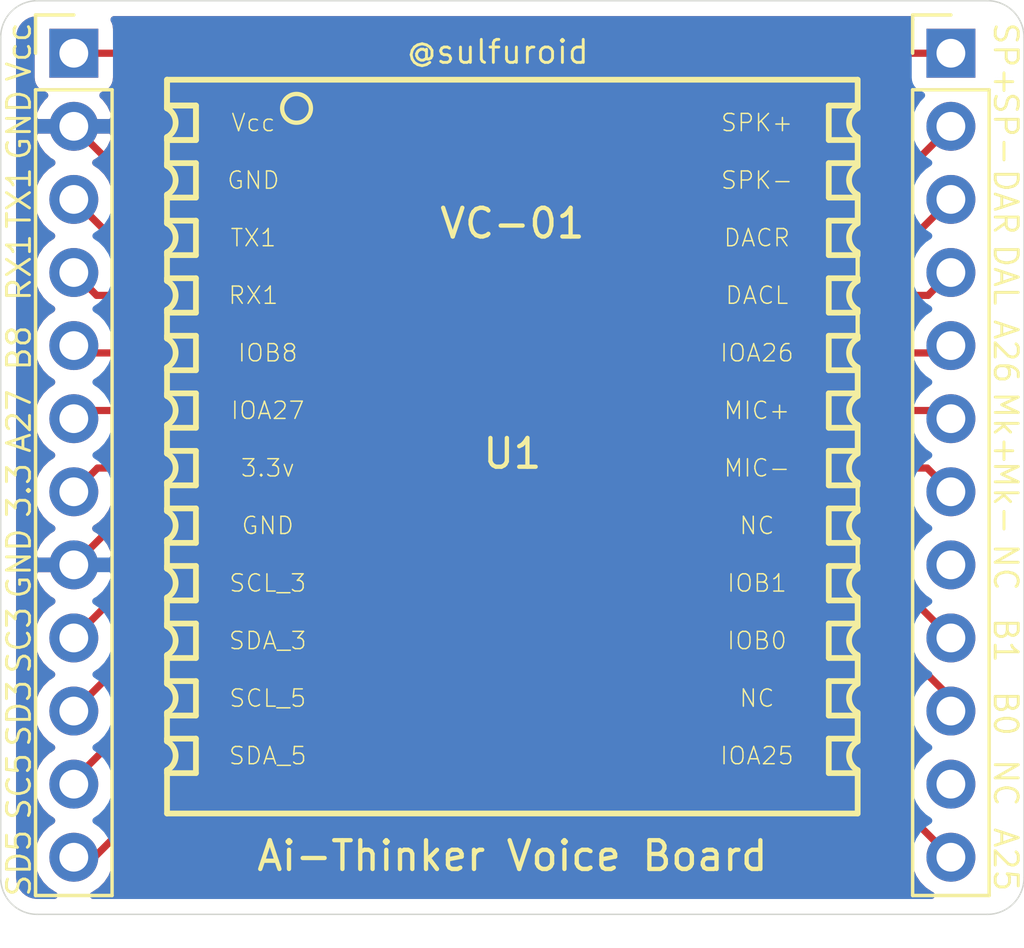
<source format=kicad_pcb>
(kicad_pcb (version 20171130) (host pcbnew "(5.1.12)-1")

  (general
    (thickness 1.6)
    (drawings 34)
    (tracks 54)
    (zones 0)
    (modules 3)
    (nets 26)
  )

  (page A4)
  (layers
    (0 F.Cu signal)
    (31 B.Cu signal)
    (32 B.Adhes user)
    (33 F.Adhes user)
    (34 B.Paste user)
    (35 F.Paste user)
    (36 B.SilkS user)
    (37 F.SilkS user)
    (38 B.Mask user)
    (39 F.Mask user)
    (40 Dwgs.User user)
    (41 Cmts.User user)
    (42 Eco1.User user)
    (43 Eco2.User user)
    (44 Edge.Cuts user)
    (45 Margin user)
    (46 B.CrtYd user)
    (47 F.CrtYd user)
    (48 B.Fab user)
    (49 F.Fab user)
  )

  (setup
    (last_trace_width 0.25)
    (trace_clearance 0.2)
    (zone_clearance 0.508)
    (zone_45_only no)
    (trace_min 0.2)
    (via_size 0.8)
    (via_drill 0.4)
    (via_min_size 0.4)
    (via_min_drill 0.3)
    (uvia_size 0.3)
    (uvia_drill 0.1)
    (uvias_allowed no)
    (uvia_min_size 0.2)
    (uvia_min_drill 0.1)
    (edge_width 0.05)
    (segment_width 0.2)
    (pcb_text_width 0.3)
    (pcb_text_size 1.5 1.5)
    (mod_edge_width 0.12)
    (mod_text_size 1 1)
    (mod_text_width 0.15)
    (pad_size 1.524 1.524)
    (pad_drill 0.762)
    (pad_to_mask_clearance 0)
    (aux_axis_origin 0 0)
    (visible_elements 7FFFFFFF)
    (pcbplotparams
      (layerselection 0x010fc_ffffffff)
      (usegerberextensions false)
      (usegerberattributes true)
      (usegerberadvancedattributes true)
      (creategerberjobfile true)
      (excludeedgelayer true)
      (linewidth 0.100000)
      (plotframeref false)
      (viasonmask false)
      (mode 1)
      (useauxorigin false)
      (hpglpennumber 1)
      (hpglpenspeed 20)
      (hpglpendiameter 15.000000)
      (psnegative false)
      (psa4output false)
      (plotreference true)
      (plotvalue true)
      (plotinvisibletext false)
      (padsonsilk false)
      (subtractmaskfromsilk false)
      (outputformat 1)
      (mirror false)
      (drillshape 0)
      (scaleselection 1)
      (outputdirectory "gerber/"))
  )

  (net 0 "")
  (net 1 "Net-(J1-Pad1)")
  (net 2 "Net-(J1-Pad3)")
  (net 3 "Net-(J1-Pad4)")
  (net 4 "Net-(J1-Pad5)")
  (net 5 "Net-(J1-Pad6)")
  (net 6 "Net-(J1-Pad7)")
  (net 7 "Net-(J1-Pad9)")
  (net 8 "Net-(J1-Pad10)")
  (net 9 "Net-(J1-Pad11)")
  (net 10 "Net-(J1-Pad12)")
  (net 11 "Net-(J2-Pad12)")
  (net 12 "Net-(J2-Pad11)")
  (net 13 "Net-(J2-Pad10)")
  (net 14 "Net-(J2-Pad9)")
  (net 15 "Net-(J2-Pad8)")
  (net 16 "Net-(J2-Pad7)")
  (net 17 "Net-(J2-Pad6)")
  (net 18 "Net-(J2-Pad5)")
  (net 19 "Net-(J2-Pad4)")
  (net 20 "Net-(J2-Pad3)")
  (net 21 "Net-(J2-Pad2)")
  (net 22 "Net-(J2-Pad1)")
  (net 23 "Net-(U1-Pad17)")
  (net 24 "Net-(U1-Pad14)")
  (net 25 GND)

  (net_class Default "This is the default net class."
    (clearance 0.2)
    (trace_width 0.25)
    (via_dia 0.8)
    (via_drill 0.4)
    (uvia_dia 0.3)
    (uvia_drill 0.1)
    (add_net GND)
    (add_net "Net-(J1-Pad1)")
    (add_net "Net-(J1-Pad10)")
    (add_net "Net-(J1-Pad11)")
    (add_net "Net-(J1-Pad12)")
    (add_net "Net-(J1-Pad3)")
    (add_net "Net-(J1-Pad4)")
    (add_net "Net-(J1-Pad5)")
    (add_net "Net-(J1-Pad6)")
    (add_net "Net-(J1-Pad7)")
    (add_net "Net-(J1-Pad9)")
    (add_net "Net-(J2-Pad1)")
    (add_net "Net-(J2-Pad10)")
    (add_net "Net-(J2-Pad11)")
    (add_net "Net-(J2-Pad12)")
    (add_net "Net-(J2-Pad2)")
    (add_net "Net-(J2-Pad3)")
    (add_net "Net-(J2-Pad4)")
    (add_net "Net-(J2-Pad5)")
    (add_net "Net-(J2-Pad6)")
    (add_net "Net-(J2-Pad7)")
    (add_net "Net-(J2-Pad8)")
    (add_net "Net-(J2-Pad9)")
    (add_net "Net-(U1-Pad14)")
    (add_net "Net-(U1-Pad17)")
  )

  (module Connector_PinHeader_2.54mm:PinHeader_1x12_P2.54mm_Vertical (layer F.Cu) (tedit 59FED5CC) (tstamp 62B32BE6)
    (at 149.86 76.755001)
    (descr "Through hole straight pin header, 1x12, 2.54mm pitch, single row")
    (tags "Through hole pin header THT 1x12 2.54mm single row")
    (path /62B329FC)
    (fp_text reference J2 (at 0 -2.33) (layer F.SilkS) hide
      (effects (font (size 1 1) (thickness 0.15)))
    )
    (fp_text value Line1 (at 0 30.27) (layer F.Fab)
      (effects (font (size 1 1) (thickness 0.15)))
    )
    (fp_line (start 1.8 -1.8) (end -1.8 -1.8) (layer F.CrtYd) (width 0.05))
    (fp_line (start 1.8 29.75) (end 1.8 -1.8) (layer F.CrtYd) (width 0.05))
    (fp_line (start -1.8 29.75) (end 1.8 29.75) (layer F.CrtYd) (width 0.05))
    (fp_line (start -1.8 -1.8) (end -1.8 29.75) (layer F.CrtYd) (width 0.05))
    (fp_line (start -1.33 -1.33) (end 0 -1.33) (layer F.SilkS) (width 0.12))
    (fp_line (start -1.33 0) (end -1.33 -1.33) (layer F.SilkS) (width 0.12))
    (fp_line (start -1.33 1.27) (end 1.33 1.27) (layer F.SilkS) (width 0.12))
    (fp_line (start 1.33 1.27) (end 1.33 29.27) (layer F.SilkS) (width 0.12))
    (fp_line (start -1.33 1.27) (end -1.33 29.27) (layer F.SilkS) (width 0.12))
    (fp_line (start -1.33 29.27) (end 1.33 29.27) (layer F.SilkS) (width 0.12))
    (fp_line (start -1.27 -0.635) (end -0.635 -1.27) (layer F.Fab) (width 0.1))
    (fp_line (start -1.27 29.21) (end -1.27 -0.635) (layer F.Fab) (width 0.1))
    (fp_line (start 1.27 29.21) (end -1.27 29.21) (layer F.Fab) (width 0.1))
    (fp_line (start 1.27 -1.27) (end 1.27 29.21) (layer F.Fab) (width 0.1))
    (fp_line (start -0.635 -1.27) (end 1.27 -1.27) (layer F.Fab) (width 0.1))
    (fp_text user %R (at 0 13.97 90) (layer F.Fab)
      (effects (font (size 1 1) (thickness 0.15)))
    )
    (pad 12 thru_hole oval (at 0 27.94) (size 1.7 1.7) (drill 1) (layers *.Cu *.Mask)
      (net 11 "Net-(J2-Pad12)"))
    (pad 11 thru_hole oval (at 0 25.4) (size 1.7 1.7) (drill 1) (layers *.Cu *.Mask)
      (net 12 "Net-(J2-Pad11)"))
    (pad 10 thru_hole oval (at 0 22.86) (size 1.7 1.7) (drill 1) (layers *.Cu *.Mask)
      (net 13 "Net-(J2-Pad10)"))
    (pad 9 thru_hole oval (at 0 20.32) (size 1.7 1.7) (drill 1) (layers *.Cu *.Mask)
      (net 14 "Net-(J2-Pad9)"))
    (pad 8 thru_hole oval (at 0 17.78) (size 1.7 1.7) (drill 1) (layers *.Cu *.Mask)
      (net 15 "Net-(J2-Pad8)"))
    (pad 7 thru_hole oval (at 0 15.24) (size 1.7 1.7) (drill 1) (layers *.Cu *.Mask)
      (net 16 "Net-(J2-Pad7)"))
    (pad 6 thru_hole oval (at 0 12.7) (size 1.7 1.7) (drill 1) (layers *.Cu *.Mask)
      (net 17 "Net-(J2-Pad6)"))
    (pad 5 thru_hole oval (at 0 10.16) (size 1.7 1.7) (drill 1) (layers *.Cu *.Mask)
      (net 18 "Net-(J2-Pad5)"))
    (pad 4 thru_hole oval (at 0 7.62) (size 1.7 1.7) (drill 1) (layers *.Cu *.Mask)
      (net 19 "Net-(J2-Pad4)"))
    (pad 3 thru_hole oval (at 0 5.08) (size 1.7 1.7) (drill 1) (layers *.Cu *.Mask)
      (net 20 "Net-(J2-Pad3)"))
    (pad 2 thru_hole oval (at 0 2.54) (size 1.7 1.7) (drill 1) (layers *.Cu *.Mask)
      (net 21 "Net-(J2-Pad2)"))
    (pad 1 thru_hole rect (at 0 0) (size 1.7 1.7) (drill 1) (layers *.Cu *.Mask)
      (net 22 "Net-(J2-Pad1)"))
  )

  (module Connector_PinHeader_2.54mm:PinHeader_1x12_P2.54mm_Vertical (layer F.Cu) (tedit 59FED5CC) (tstamp 62B32BC6)
    (at 119.38 76.755001)
    (descr "Through hole straight pin header, 1x12, 2.54mm pitch, single row")
    (tags "Through hole pin header THT 1x12 2.54mm single row")
    (path /62B2FAB9)
    (fp_text reference J1 (at 0 -2.33) (layer F.SilkS) hide
      (effects (font (size 1 1) (thickness 0.15)))
    )
    (fp_text value Line1 (at 0 30.27) (layer F.Fab)
      (effects (font (size 1 1) (thickness 0.15)))
    )
    (fp_line (start -0.635 -1.27) (end 1.27 -1.27) (layer F.Fab) (width 0.1))
    (fp_line (start 1.27 -1.27) (end 1.27 29.21) (layer F.Fab) (width 0.1))
    (fp_line (start 1.27 29.21) (end -1.27 29.21) (layer F.Fab) (width 0.1))
    (fp_line (start -1.27 29.21) (end -1.27 -0.635) (layer F.Fab) (width 0.1))
    (fp_line (start -1.27 -0.635) (end -0.635 -1.27) (layer F.Fab) (width 0.1))
    (fp_line (start -1.33 29.27) (end 1.33 29.27) (layer F.SilkS) (width 0.12))
    (fp_line (start -1.33 1.27) (end -1.33 29.27) (layer F.SilkS) (width 0.12))
    (fp_line (start 1.33 1.27) (end 1.33 29.27) (layer F.SilkS) (width 0.12))
    (fp_line (start -1.33 1.27) (end 1.33 1.27) (layer F.SilkS) (width 0.12))
    (fp_line (start -1.33 0) (end -1.33 -1.33) (layer F.SilkS) (width 0.12))
    (fp_line (start -1.33 -1.33) (end 0 -1.33) (layer F.SilkS) (width 0.12))
    (fp_line (start -1.8 -1.8) (end -1.8 29.75) (layer F.CrtYd) (width 0.05))
    (fp_line (start -1.8 29.75) (end 1.8 29.75) (layer F.CrtYd) (width 0.05))
    (fp_line (start 1.8 29.75) (end 1.8 -1.8) (layer F.CrtYd) (width 0.05))
    (fp_line (start 1.8 -1.8) (end -1.8 -1.8) (layer F.CrtYd) (width 0.05))
    (fp_text user %R (at 0 13.97 90) (layer F.Fab)
      (effects (font (size 1 1) (thickness 0.15)))
    )
    (pad 1 thru_hole rect (at 0 0) (size 1.7 1.7) (drill 1) (layers *.Cu *.Mask)
      (net 1 "Net-(J1-Pad1)"))
    (pad 2 thru_hole oval (at 0 2.54) (size 1.7 1.7) (drill 1) (layers *.Cu *.Mask)
      (net 25 GND))
    (pad 3 thru_hole oval (at 0 5.08) (size 1.7 1.7) (drill 1) (layers *.Cu *.Mask)
      (net 2 "Net-(J1-Pad3)"))
    (pad 4 thru_hole oval (at 0 7.62) (size 1.7 1.7) (drill 1) (layers *.Cu *.Mask)
      (net 3 "Net-(J1-Pad4)"))
    (pad 5 thru_hole oval (at 0 10.16) (size 1.7 1.7) (drill 1) (layers *.Cu *.Mask)
      (net 4 "Net-(J1-Pad5)"))
    (pad 6 thru_hole oval (at 0 12.7) (size 1.7 1.7) (drill 1) (layers *.Cu *.Mask)
      (net 5 "Net-(J1-Pad6)"))
    (pad 7 thru_hole oval (at 0 15.24) (size 1.7 1.7) (drill 1) (layers *.Cu *.Mask)
      (net 6 "Net-(J1-Pad7)"))
    (pad 8 thru_hole oval (at 0 17.78) (size 1.7 1.7) (drill 1) (layers *.Cu *.Mask)
      (net 25 GND))
    (pad 9 thru_hole oval (at 0 20.32) (size 1.7 1.7) (drill 1) (layers *.Cu *.Mask)
      (net 7 "Net-(J1-Pad9)"))
    (pad 10 thru_hole oval (at 0 22.86) (size 1.7 1.7) (drill 1) (layers *.Cu *.Mask)
      (net 8 "Net-(J1-Pad10)"))
    (pad 11 thru_hole oval (at 0 25.4) (size 1.7 1.7) (drill 1) (layers *.Cu *.Mask)
      (net 9 "Net-(J1-Pad11)"))
    (pad 12 thru_hole oval (at 0 27.94) (size 1.7 1.7) (drill 1) (layers *.Cu *.Mask)
      (net 10 "Net-(J1-Pad12)"))
  )

  (module ai-thinker-vc01:AI-Thinker-VC01 (layer F.Cu) (tedit 62A75FEC) (tstamp 62B32CCE)
    (at 134.62 90.17)
    (path /62B2E045)
    (fp_text reference U1 (at 0 0.5) (layer F.SilkS)
      (effects (font (size 1 1) (thickness 0.15)))
    )
    (fp_text value VC-01 (at 0 -7.5) (layer F.SilkS)
      (effects (font (size 1 1) (thickness 0.15)))
    )
    (fp_line (start 12 -7.5) (end 12 -8.502984) (layer F.SilkS) (width 0.2))
    (fp_line (start 12 -1.5) (end 12 -2.502984) (layer F.SilkS) (width 0.2))
    (fp_line (start 12 0.499999) (end 12 -0.502984) (layer F.SilkS) (width 0.2))
    (fp_line (start 12 10.499999) (end 12 9.497015) (layer F.SilkS) (width 0.2))
    (fp_line (start 12 10.403817) (end 12 10.499999) (layer F.SilkS) (width 0.2))
    (fp_line (start 12 8.499999) (end 12 7.497015) (layer F.SilkS) (width 0.2))
    (fp_line (start 12 6.499999) (end 12 5.497015) (layer F.SilkS) (width 0.2))
    (fp_line (start 12 -9.5) (end 12 -10.502984) (layer F.SilkS) (width 0.2))
    (fp_line (start -12 -11.5) (end -12 -11.596182) (layer F.SilkS) (width 0.2))
    (fp_line (start -12 -11.596182) (end -10.996337 -11.596182) (layer F.SilkS) (width 0.2))
    (fp_line (start -12 -12.494837) (end -12 -11.5) (layer F.SilkS) (width 0.2))
    (fp_line (start -12 13.005163) (end -12 11.497015) (layer F.SilkS) (width 0.2))
    (fp_line (start -12 13.005163) (end 12 13.005163) (layer F.SilkS) (width 0.2))
    (fp_line (start -12 -12.494837) (end 12 -12.494837) (layer F.SilkS) (width 0.2))
    (fp_line (start 12 13.005163) (end 12 11.497015) (layer F.SilkS) (width 0.2))
    (fp_line (start -10.996337 -11.596182) (end -10.996337 -10.398763) (layer F.SilkS) (width 0.2))
    (fp_line (start 10.996337 8.403817) (end 12 8.403817) (layer F.SilkS) (width 0.2))
    (fp_line (start 12 8.403817) (end 12 8.499999) (layer F.SilkS) (width 0.2))
    (fp_line (start 10.996337 9.601236) (end 10.996337 8.403817) (layer F.SilkS) (width 0.2))
    (fp_line (start 12 11.497015) (end 12 11.601236) (layer F.SilkS) (width 0.2))
    (fp_line (start 12 11.601236) (end 10.996337 11.601236) (layer F.SilkS) (width 0.2))
    (fp_line (start 10.996337 10.403817) (end 12 10.403817) (layer F.SilkS) (width 0.2))
    (fp_line (start 10.996337 11.601236) (end 10.996337 10.403817) (layer F.SilkS) (width 0.2))
    (fp_line (start -12 -10.398763) (end -10.996337 -10.398763) (layer F.SilkS) (width 0.2))
    (fp_line (start -12 -11.596182) (end -12 -11.5) (layer F.SilkS) (width 0.2))
    (fp_line (start -10.996337 -9.596182) (end -12 -9.596182) (layer F.SilkS) (width 0.2))
    (fp_line (start -12 -8.398763) (end -10.996337 -8.398763) (layer F.SilkS) (width 0.2))
    (fp_line (start -10.996337 -8.398763) (end -10.996337 -9.596182) (layer F.SilkS) (width 0.2))
    (fp_line (start -10.996337 -7.596182) (end -12 -7.596182) (layer F.SilkS) (width 0.2))
    (fp_line (start -12 -11.596182) (end -12 -11.5) (layer F.SilkS) (width 0.2))
    (fp_line (start -10.996337 -11.596182) (end -12 -11.596182) (layer F.SilkS) (width 0.2))
    (fp_line (start -12 -6.398763) (end -10.996337 -6.398763) (layer F.SilkS) (width 0.2))
    (fp_line (start -10.996337 -6.398763) (end -10.996337 -7.596182) (layer F.SilkS) (width 0.2))
    (fp_line (start -12 -5.596182) (end -12 -5.5) (layer F.SilkS) (width 0.2))
    (fp_line (start -12 -4.398763) (end -10.996337 -4.398763) (layer F.SilkS) (width 0.2))
    (fp_line (start -10.996337 -3.596182) (end -12 -3.596182) (layer F.SilkS) (width 0.2))
    (fp_line (start -12 -2.502984) (end -12 -2.398763) (layer F.SilkS) (width 0.2))
    (fp_line (start -12 -2.398763) (end -10.996337 -2.398763) (layer F.SilkS) (width 0.2))
    (fp_line (start -10.996337 -2.398763) (end -10.996337 -3.596182) (layer F.SilkS) (width 0.2))
    (fp_line (start -10.996337 -1.596182) (end -12 -1.596182) (layer F.SilkS) (width 0.2))
    (fp_line (start -12 -1.596182) (end -12 -1.5) (layer F.SilkS) (width 0.2))
    (fp_line (start -10.996337 0.403817) (end -12 0.403817) (layer F.SilkS) (width 0.2))
    (fp_line (start -10.996337 -10.398763) (end -12 -10.398763) (layer F.SilkS) (width 0.2))
    (fp_line (start -12 -7.596182) (end -12 -7.5) (layer F.SilkS) (width 0.2))
    (fp_line (start -12 -10.398763) (end -12 -10.502984) (layer F.SilkS) (width 0.2))
    (fp_line (start -12 -6.502984) (end -12 -6.398763) (layer F.SilkS) (width 0.2))
    (fp_line (start -12 -4.502984) (end -12 -4.398763) (layer F.SilkS) (width 0.2))
    (fp_line (start -12 -0.398763) (end -10.996337 -0.398763) (layer F.SilkS) (width 0.2))
    (fp_line (start -12 0.403817) (end -12 0.499999) (layer F.SilkS) (width 0.2))
    (fp_line (start -12 -0.502984) (end -12 -0.398763) (layer F.SilkS) (width 0.2))
    (fp_line (start -12 1.497015) (end -12 1.601236) (layer F.SilkS) (width 0.2))
    (fp_line (start -10.996337 -4.398763) (end -10.996337 -5.596182) (layer F.SilkS) (width 0.2))
    (fp_line (start -10.996337 -0.398763) (end -10.996337 -1.596182) (layer F.SilkS) (width 0.2))
    (fp_line (start -10.996337 -5.596182) (end -12 -5.596182) (layer F.SilkS) (width 0.2))
    (fp_line (start -12 -8.502984) (end -12 -8.398763) (layer F.SilkS) (width 0.2))
    (fp_line (start -12 -3.596182) (end -12 -3.5) (layer F.SilkS) (width 0.2))
    (fp_line (start -12 -10.502984) (end -12 -10.398763) (layer F.SilkS) (width 0.2))
    (fp_line (start -12 -9.596182) (end -12 -9.5) (layer F.SilkS) (width 0.2))
    (fp_line (start -10.996337 -10.398763) (end -10.996337 -11.596182) (layer F.SilkS) (width 0.2))
    (fp_line (start -12 1.601236) (end -10.996337 1.601236) (layer F.SilkS) (width 0.2))
    (fp_line (start -10.996337 2.403817) (end -12 2.403817) (layer F.SilkS) (width 0.2))
    (fp_line (start -12 3.497015) (end -12 3.601236) (layer F.SilkS) (width 0.2))
    (fp_line (start -12 2.403817) (end -12 2.499999) (layer F.SilkS) (width 0.2))
    (fp_line (start -12 3.601236) (end -10.996337 3.601236) (layer F.SilkS) (width 0.2))
    (fp_line (start -10.996337 3.601236) (end -10.996337 2.403817) (layer F.SilkS) (width 0.2))
    (fp_line (start -10.996337 4.403817) (end -12 4.403817) (layer F.SilkS) (width 0.2))
    (fp_line (start -12 4.403817) (end -12 4.499999) (layer F.SilkS) (width 0.2))
    (fp_line (start -12 5.601236) (end -10.996337 5.601236) (layer F.SilkS) (width 0.2))
    (fp_line (start -10.996337 5.601236) (end -10.996337 4.403817) (layer F.SilkS) (width 0.2))
    (fp_line (start -10.996337 1.601236) (end -10.996337 0.403817) (layer F.SilkS) (width 0.2))
    (fp_line (start -12 5.497015) (end -12 5.601236) (layer F.SilkS) (width 0.2))
    (fp_line (start -10.996337 6.403817) (end -12 6.403817) (layer F.SilkS) (width 0.2))
    (fp_line (start -12 7.497015) (end -12 7.601236) (layer F.SilkS) (width 0.2))
    (fp_line (start -12 7.601236) (end -10.996337 7.601236) (layer F.SilkS) (width 0.2))
    (fp_line (start -10.996337 10.403817) (end -12 10.403817) (layer F.SilkS) (width 0.2))
    (fp_line (start -12 11.497015) (end -12 11.601236) (layer F.SilkS) (width 0.2))
    (fp_line (start -12 11.601236) (end -10.996337 11.601236) (layer F.SilkS) (width 0.2))
    (fp_line (start -12 10.403817) (end -12 10.499999) (layer F.SilkS) (width 0.2))
    (fp_line (start -12 8.403817) (end -12 8.499999) (layer F.SilkS) (width 0.2))
    (fp_line (start -12 6.403817) (end -12 6.499999) (layer F.SilkS) (width 0.2))
    (fp_line (start -10.996337 7.601236) (end -10.996337 6.403817) (layer F.SilkS) (width 0.2))
    (fp_line (start -10.996337 8.403817) (end -12 8.403817) (layer F.SilkS) (width 0.2))
    (fp_line (start -12 9.497015) (end -12 9.601236) (layer F.SilkS) (width 0.2))
    (fp_line (start -12 9.601236) (end -10.996337 9.601236) (layer F.SilkS) (width 0.2))
    (fp_line (start -10.996337 9.601236) (end -10.996337 8.403817) (layer F.SilkS) (width 0.2))
    (fp_line (start -12 -9.5) (end -12 -10.502984) (layer F.SilkS) (width 0.2))
    (fp_line (start -12 -7.5) (end -12 -8.502984) (layer F.SilkS) (width 0.2))
    (fp_line (start -12 -5.5) (end -12 -6.502984) (layer F.SilkS) (width 0.2))
    (fp_line (start -10.996337 11.601236) (end -10.996337 10.403817) (layer F.SilkS) (width 0.2))
    (fp_line (start -12 -11.5) (end -12 -12.494837) (layer F.SilkS) (width 0.2))
    (fp_line (start -12 -3.5) (end -12 -4.502984) (layer F.SilkS) (width 0.2))
    (fp_line (start -12 10.499999) (end -12 9.497015) (layer F.SilkS) (width 0.2))
    (fp_line (start 10.996337 -6.398763) (end 10.996337 -7.596182) (layer F.SilkS) (width 0.2))
    (fp_line (start 10.996337 -7.596182) (end 12 -7.596182) (layer F.SilkS) (width 0.2))
    (fp_line (start -12 2.499999) (end -12 1.497015) (layer F.SilkS) (width 0.2))
    (fp_line (start 12 -6.502984) (end 12 -6.398763) (layer F.SilkS) (width 0.2))
    (fp_line (start 12 -7.596182) (end 12 -7.5) (layer F.SilkS) (width 0.2))
    (fp_line (start 12 -11.596182) (end 12 -11.5) (layer F.SilkS) (width 0.2))
    (fp_line (start 10.996337 -11.596182) (end 12 -11.596182) (layer F.SilkS) (width 0.2))
    (fp_line (start 12 -10.398763) (end 10.996337 -10.398763) (layer F.SilkS) (width 0.2))
    (fp_line (start 12 -10.502984) (end 12 -10.398763) (layer F.SilkS) (width 0.2))
    (fp_line (start -12 4.499999) (end -12 3.497015) (layer F.SilkS) (width 0.2))
    (fp_line (start -12 6.499999) (end -12 5.497015) (layer F.SilkS) (width 0.2))
    (fp_line (start -12 -1.5) (end -12 -2.502984) (layer F.SilkS) (width 0.2))
    (fp_line (start -12 0.499999) (end -12 -0.502984) (layer F.SilkS) (width 0.2))
    (fp_line (start -12 8.499999) (end -12 7.497015) (layer F.SilkS) (width 0.2))
    (fp_line (start 12 -11.5) (end 12 -12.494837) (layer F.SilkS) (width 0.2))
    (fp_line (start 12 -8.502984) (end 12 -8.398763) (layer F.SilkS) (width 0.2))
    (fp_line (start 10.996337 -10.398763) (end 10.996337 -11.596182) (layer F.SilkS) (width 0.2))
    (fp_line (start 12 -8.398763) (end 10.996337 -8.398763) (layer F.SilkS) (width 0.2))
    (fp_line (start 10.996337 -9.596182) (end 12 -9.596182) (layer F.SilkS) (width 0.2))
    (fp_line (start 12 -9.596182) (end 12 -9.5) (layer F.SilkS) (width 0.2))
    (fp_line (start 10.996337 -8.398763) (end 10.996337 -9.596182) (layer F.SilkS) (width 0.2))
    (fp_line (start 12 -6.398763) (end 10.996337 -6.398763) (layer F.SilkS) (width 0.2))
    (fp_line (start 12 -4.502984) (end 12 -4.398763) (layer F.SilkS) (width 0.2))
    (fp_line (start 12 -4.398763) (end 10.996337 -4.398763) (layer F.SilkS) (width 0.2))
    (fp_line (start 10.996337 -5.596182) (end 12 -5.596182) (layer F.SilkS) (width 0.2))
    (fp_line (start 12 -5.596182) (end 12 -5.5) (layer F.SilkS) (width 0.2))
    (fp_line (start 12 -2.502984) (end 12 -2.398763) (layer F.SilkS) (width 0.2))
    (fp_line (start 12 -2.398763) (end 10.996337 -2.398763) (layer F.SilkS) (width 0.2))
    (fp_line (start 10.996337 -2.398763) (end 10.996337 -3.596182) (layer F.SilkS) (width 0.2))
    (fp_line (start 10.996337 -4.398763) (end 10.996337 -5.596182) (layer F.SilkS) (width 0.2))
    (fp_line (start 10.996337 -3.596182) (end 12 -3.596182) (layer F.SilkS) (width 0.2))
    (fp_line (start 10.996337 -1.596182) (end 12 -1.596182) (layer F.SilkS) (width 0.2))
    (fp_line (start 12 1.497015) (end 12 1.601236) (layer F.SilkS) (width 0.2))
    (fp_line (start 12 1.601236) (end 10.996337 1.601236) (layer F.SilkS) (width 0.2))
    (fp_line (start 10.996337 2.403817) (end 12 2.403817) (layer F.SilkS) (width 0.2))
    (fp_line (start 12 -0.502984) (end 12 -0.398763) (layer F.SilkS) (width 0.2))
    (fp_line (start 12 -1.596182) (end 12 -1.5) (layer F.SilkS) (width 0.2))
    (fp_line (start 12 3.497015) (end 12 3.601236) (layer F.SilkS) (width 0.2))
    (fp_line (start 10.996337 -0.398763) (end 10.996337 -1.596182) (layer F.SilkS) (width 0.2))
    (fp_line (start 12 3.601236) (end 10.996337 3.601236) (layer F.SilkS) (width 0.2))
    (fp_line (start 10.996337 3.601236) (end 10.996337 2.403817) (layer F.SilkS) (width 0.2))
    (fp_line (start 12 2.403817) (end 12 2.499999) (layer F.SilkS) (width 0.2))
    (fp_line (start 12 5.601236) (end 10.996337 5.601236) (layer F.SilkS) (width 0.2))
    (fp_line (start 10.996337 5.601236) (end 10.996337 4.403817) (layer F.SilkS) (width 0.2))
    (fp_line (start 12 -3.596182) (end 12 -3.5) (layer F.SilkS) (width 0.2))
    (fp_line (start 10.996337 1.601236) (end 10.996337 0.403817) (layer F.SilkS) (width 0.2))
    (fp_line (start 12 0.403817) (end 12 0.499999) (layer F.SilkS) (width 0.2))
    (fp_line (start 12 5.497015) (end 12 5.601236) (layer F.SilkS) (width 0.2))
    (fp_line (start 12 -0.398763) (end 10.996337 -0.398763) (layer F.SilkS) (width 0.2))
    (fp_line (start 10.996337 4.403817) (end 12 4.403817) (layer F.SilkS) (width 0.2))
    (fp_line (start 10.996337 0.403817) (end 12 0.403817) (layer F.SilkS) (width 0.2))
    (fp_line (start 12 4.403817) (end 12 4.499999) (layer F.SilkS) (width 0.2))
    (fp_line (start 12 9.497015) (end 12 9.601236) (layer F.SilkS) (width 0.2))
    (fp_line (start 12 9.601236) (end 10.996337 9.601236) (layer F.SilkS) (width 0.2))
    (fp_line (start 12 7.497015) (end 12 7.601236) (layer F.SilkS) (width 0.2))
    (fp_line (start 12 6.403817) (end 12 6.499999) (layer F.SilkS) (width 0.2))
    (fp_line (start 12 7.601236) (end 10.996337 7.601236) (layer F.SilkS) (width 0.2))
    (fp_line (start 10.996337 7.601236) (end 10.996337 6.403817) (layer F.SilkS) (width 0.2))
    (fp_line (start 10.996337 6.403817) (end 12 6.403817) (layer F.SilkS) (width 0.2))
    (fp_line (start 12 -6.398763) (end 12 -5.596182) (layer F.SilkS) (width 0.15))
    (fp_line (start 12 -4.398763) (end 12 -3.596182) (layer F.SilkS) (width 0.15))
    (fp_line (start 12 1.601236) (end 12 2.403817) (layer F.SilkS) (width 0.15))
    (fp_line (start 12 3.601236) (end 12 4.403817) (layer F.SilkS) (width 0.15))
    (fp_circle (center -7.5 -11.5) (end -7 -11.5) (layer F.SilkS) (width 0.15))
    (fp_text user SPK+ (at 8.5 -11) (layer F.SilkS)
      (effects (font (size 0.6 0.6) (thickness 0.05)))
    )
    (fp_text user SPK- (at 8.5 -9) (layer F.SilkS)
      (effects (font (size 0.6 0.6) (thickness 0.05)))
    )
    (fp_text user DACR (at 8.5 -7) (layer F.SilkS)
      (effects (font (size 0.6 0.6) (thickness 0.05)))
    )
    (fp_text user DACL (at 8.5 -5) (layer F.SilkS)
      (effects (font (size 0.6 0.6) (thickness 0.05)))
    )
    (fp_text user IOA26 (at 8.5 -3) (layer F.SilkS)
      (effects (font (size 0.6 0.6) (thickness 0.05)))
    )
    (fp_text user MIC+ (at 8.5 -1) (layer F.SilkS)
      (effects (font (size 0.6 0.6) (thickness 0.05)))
    )
    (fp_text user MIC- (at 8.5 1) (layer F.SilkS)
      (effects (font (size 0.6 0.6) (thickness 0.05)))
    )
    (fp_text user NC (at 8.5 3) (layer F.SilkS)
      (effects (font (size 0.6 0.6) (thickness 0.05)))
    )
    (fp_text user IOB1 (at 8.5 5) (layer F.SilkS)
      (effects (font (size 0.6 0.6) (thickness 0.05)))
    )
    (fp_text user IOB0 (at 8.5 7) (layer F.SilkS)
      (effects (font (size 0.6 0.6) (thickness 0.05)))
    )
    (fp_text user NC (at 8.5 9) (layer F.SilkS)
      (effects (font (size 0.6 0.6) (thickness 0.05)))
    )
    (fp_text user IOA25 (at 8.5 11) (layer F.SilkS)
      (effects (font (size 0.6 0.6) (thickness 0.05)))
    )
    (fp_text user SDA_5 (at -8.5 11) (layer F.SilkS)
      (effects (font (size 0.6 0.6) (thickness 0.05)))
    )
    (fp_text user SCL_5 (at -8.5 9) (layer F.SilkS)
      (effects (font (size 0.6 0.6) (thickness 0.05)))
    )
    (fp_text user SDA_3 (at -8.5 7) (layer F.SilkS)
      (effects (font (size 0.6 0.6) (thickness 0.05)))
    )
    (fp_text user SCL_3 (at -8.5 5) (layer F.SilkS)
      (effects (font (size 0.6 0.6) (thickness 0.05)))
    )
    (fp_text user GND (at -8.5 3) (layer F.SilkS)
      (effects (font (size 0.6 0.6) (thickness 0.05)))
    )
    (fp_text user 3.3v (at -8.5 1) (layer F.SilkS)
      (effects (font (size 0.6 0.6) (thickness 0.05)))
    )
    (fp_text user IOA27 (at -8.5 -1) (layer F.SilkS)
      (effects (font (size 0.6 0.6) (thickness 0.05)))
    )
    (fp_text user IOB8 (at -8.5 -3) (layer F.SilkS)
      (effects (font (size 0.6 0.6) (thickness 0.05)))
    )
    (fp_text user RX1 (at -9 -5) (layer F.SilkS)
      (effects (font (size 0.6 0.6) (thickness 0.05)))
    )
    (fp_text user TX1 (at -9 -7) (layer F.SilkS)
      (effects (font (size 0.6 0.6) (thickness 0.05)))
    )
    (fp_text user GND (at -9 -9) (layer F.SilkS)
      (effects (font (size 0.6 0.6) (thickness 0.05)))
    )
    (fp_text user Vcc (at -9 -11) (layer F.SilkS)
      (effects (font (size 0.6 0.6) (thickness 0.05)))
    )
    (fp_arc (start 12.265497 8.998507) (end 12 8.499999) (angle -123.9219587) (layer F.SilkS) (width 0.2))
    (fp_arc (start 12.265497 6.998507) (end 12 6.499999) (angle -123.9219587) (layer F.SilkS) (width 0.2))
    (fp_arc (start 12.265497 4.998507) (end 12 4.499999) (angle -123.9219587) (layer F.SilkS) (width 0.2))
    (fp_arc (start 12.265497 2.998507) (end 12 2.499999) (angle -123.9219587) (layer F.SilkS) (width 0.2))
    (fp_arc (start -12.265497 10.998507) (end -12 11.497015) (angle -123.9219587) (layer F.SilkS) (width 0.2))
    (fp_arc (start 12.265497 -11.001492) (end 12 -11.5) (angle -123.9219587) (layer F.SilkS) (width 0.2))
    (fp_arc (start 12.265497 -7.001492) (end 12 -7.5) (angle -123.9219587) (layer F.SilkS) (width 0.2))
    (fp_arc (start 12.265497 -9.001492) (end 12 -9.5) (angle -123.9219587) (layer F.SilkS) (width 0.2))
    (fp_arc (start 12.265497 0.998507) (end 12 0.499999) (angle -123.9219587) (layer F.SilkS) (width 0.2))
    (fp_arc (start 12.265497 -5.001492) (end 12 -5.5) (angle -123.9219587) (layer F.SilkS) (width 0.2))
    (fp_arc (start 12.265497 -1.001492) (end 12 -1.5) (angle -123.9219587) (layer F.SilkS) (width 0.2))
    (fp_arc (start 12.265497 -3.001492) (end 12 -3.5) (angle -123.9219587) (layer F.SilkS) (width 0.2))
    (fp_arc (start -12.265497 6.998507) (end -12 7.497015) (angle -123.9219587) (layer F.SilkS) (width 0.2))
    (fp_arc (start -12.265497 4.998507) (end -12 5.497015) (angle -123.9219587) (layer F.SilkS) (width 0.2))
    (fp_arc (start -12.265497 -11.001492) (end -12 -10.502984) (angle -123.9219587) (layer F.SilkS) (width 0.2))
    (fp_arc (start -12.265497 -1.001492) (end -12 -0.502984) (angle -123.9219587) (layer F.SilkS) (width 0.2))
    (fp_arc (start -12.265497 -5.001492) (end -12 -4.502984) (angle -123.9219587) (layer F.SilkS) (width 0.2))
    (fp_arc (start -12.265497 -9.001492) (end -12 -8.502984) (angle -123.9219587) (layer F.SilkS) (width 0.2))
    (fp_arc (start -12.265497 2.998507) (end -12 3.497015) (angle -123.9219587) (layer F.SilkS) (width 0.2))
    (fp_arc (start -12.265497 -3.001492) (end -12 -2.502984) (angle -123.9219587) (layer F.SilkS) (width 0.2))
    (fp_arc (start -12.265497 8.998507) (end -12 9.497015) (angle -123.9219587) (layer F.SilkS) (width 0.2))
    (fp_arc (start -12.265497 -7.001492) (end -12 -6.502984) (angle -123.9219587) (layer F.SilkS) (width 0.2))
    (fp_arc (start -12.265497 0.998507) (end -12 1.497015) (angle -123.9219587) (layer F.SilkS) (width 0.2))
    (fp_arc (start 12.265497 10.998507) (end 12 10.499999) (angle -123.9219587) (layer F.SilkS) (width 0.2))
    (pad 24 smd rect (at 11.5 -11) (size 3 1.2) (layers F.Cu F.Paste F.Mask)
      (net 22 "Net-(J2-Pad1)"))
    (pad 23 smd rect (at 11.5 -9) (size 3 1.2) (layers F.Cu F.Paste F.Mask)
      (net 21 "Net-(J2-Pad2)"))
    (pad 22 smd rect (at 11.5 -7) (size 3 1.2) (layers F.Cu F.Paste F.Mask)
      (net 20 "Net-(J2-Pad3)"))
    (pad 21 smd rect (at 11.5 -5) (size 3 1.2) (layers F.Cu F.Paste F.Mask)
      (net 19 "Net-(J2-Pad4)"))
    (pad 20 smd rect (at 11.5 -3) (size 3 1.2) (layers F.Cu F.Paste F.Mask)
      (net 18 "Net-(J2-Pad5)"))
    (pad 19 smd rect (at 11.5 -1) (size 3 1.2) (layers F.Cu F.Paste F.Mask)
      (net 17 "Net-(J2-Pad6)"))
    (pad 18 smd rect (at 11.5 1) (size 3 1.2) (layers F.Cu F.Paste F.Mask)
      (net 16 "Net-(J2-Pad7)"))
    (pad 17 smd rect (at 11.5 3) (size 3 1.2) (layers F.Cu F.Paste F.Mask)
      (net 23 "Net-(U1-Pad17)"))
    (pad 16 smd rect (at 11.5 5) (size 3 1.2) (layers F.Cu F.Paste F.Mask)
      (net 14 "Net-(J2-Pad9)"))
    (pad 15 smd rect (at 11.5 7) (size 3 1.2) (layers F.Cu F.Paste F.Mask)
      (net 13 "Net-(J2-Pad10)"))
    (pad 14 smd rect (at 11.5 9) (size 3 1.2) (layers F.Cu F.Paste F.Mask)
      (net 24 "Net-(U1-Pad14)"))
    (pad 13 smd rect (at 11.5 11) (size 3 1.2) (layers F.Cu F.Paste F.Mask)
      (net 11 "Net-(J2-Pad12)"))
    (pad 12 smd rect (at -11.5 11) (size 3 1.2) (layers F.Cu F.Paste F.Mask)
      (net 10 "Net-(J1-Pad12)"))
    (pad 11 smd rect (at -11.5 9) (size 3 1.2) (layers F.Cu F.Paste F.Mask)
      (net 9 "Net-(J1-Pad11)"))
    (pad 10 smd rect (at -11.5 7) (size 3 1.2) (layers F.Cu F.Paste F.Mask)
      (net 8 "Net-(J1-Pad10)"))
    (pad 9 smd rect (at -11.5 5) (size 3 1.2) (layers F.Cu F.Paste F.Mask)
      (net 7 "Net-(J1-Pad9)"))
    (pad 8 smd rect (at -11.5 3) (size 3 1.2) (layers F.Cu F.Paste F.Mask)
      (net 25 GND))
    (pad 7 smd rect (at -11.5 1) (size 3 1.2) (layers F.Cu F.Paste F.Mask)
      (net 6 "Net-(J1-Pad7)"))
    (pad 6 smd rect (at -11.5 -1) (size 3 1.2) (layers F.Cu F.Paste F.Mask)
      (net 5 "Net-(J1-Pad6)"))
    (pad 5 smd rect (at -11.5 -3) (size 3 1.2) (layers F.Cu F.Paste F.Mask)
      (net 4 "Net-(J1-Pad5)"))
    (pad 4 smd rect (at -11.5 -5) (size 3 1.2) (layers F.Cu F.Paste F.Mask)
      (net 3 "Net-(J1-Pad4)"))
    (pad 3 smd rect (at -11.5 -7) (size 3 1.2) (layers F.Cu F.Paste F.Mask)
      (net 2 "Net-(J1-Pad3)"))
    (pad 2 smd rect (at -11.5 -9) (size 3 1.2) (layers F.Cu F.Paste F.Mask)
      (net 25 GND))
    (pad 1 smd rect (at -11.5 -11) (size 3 1.2) (layers F.Cu F.Paste F.Mask)
      (net 1 "Net-(J1-Pad1)"))
    (model D:/NasCloud/Creation3D/vc01-AI-thinker/AI-Thinker-VC01.STEP
      (offset (xyz 111.75 -19 0.75))
      (scale (xyz 1 1 1))
      (rotate (xyz 0 0 -90))
    )
  )

  (gr_text SP+ (at 151.765 76.962 -90) (layer F.SilkS) (tstamp 62B33B41)
    (effects (font (size 0.8 0.8) (thickness 0.1)))
  )
  (gr_text SP- (at 151.765 79.375 -90) (layer F.SilkS) (tstamp 62B33B3D)
    (effects (font (size 0.8 0.8) (thickness 0.1)))
  )
  (gr_text DAR (at 151.765 81.915 -90) (layer F.SilkS) (tstamp 62B33B3A)
    (effects (font (size 0.8 0.8) (thickness 0.1)))
  )
  (gr_text DAL (at 151.765 84.455 -90) (layer F.SilkS) (tstamp 62B33B37)
    (effects (font (size 0.8 0.8) (thickness 0.1)))
  )
  (gr_text A26 (at 151.765 87.122 -90) (layer F.SilkS) (tstamp 62B33B12)
    (effects (font (size 0.8 0.8) (thickness 0.1)))
  )
  (gr_text Mk+ (at 151.765 89.789 -90) (layer F.SilkS) (tstamp 62B33B0E)
    (effects (font (size 0.8 0.8) (thickness 0.1)))
  )
  (gr_text Mk- (at 151.765 92.202 -90) (layer F.SilkS) (tstamp 62B33B09)
    (effects (font (size 0.8 0.8) (thickness 0.1)))
  )
  (gr_text NC (at 151.765 94.615 -90) (layer F.SilkS) (tstamp 62B33B06)
    (effects (font (size 0.8 0.8) (thickness 0.1)))
  )
  (gr_text B1 (at 151.765 97.155 -90) (layer F.SilkS) (tstamp 62B33B03)
    (effects (font (size 0.8 0.8) (thickness 0.1)))
  )
  (gr_text B0 (at 151.765 99.695 -90) (layer F.SilkS) (tstamp 62B33B00)
    (effects (font (size 0.8 0.8) (thickness 0.1)))
  )
  (gr_text NC (at 151.765 102.108 -90) (layer F.SilkS) (tstamp 62B33AFD)
    (effects (font (size 0.8 0.8) (thickness 0.1)))
  )
  (gr_text A25 (at 151.765 104.775 270) (layer F.SilkS) (tstamp 62B33AF6)
    (effects (font (size 0.8 0.8) (thickness 0.1)))
  )
  (gr_text GND (at 117.475 94.488 90) (layer F.SilkS) (tstamp 62B33AA7)
    (effects (font (size 0.8 0.8) (thickness 0.1)))
  )
  (gr_text SD5 (at 117.475 104.902 90) (layer F.SilkS) (tstamp 62B33A1C)
    (effects (font (size 0.8 0.8) (thickness 0.1)))
  )
  (gr_text SC5 (at 117.475 102.235 90) (layer F.SilkS) (tstamp 62B33A19)
    (effects (font (size 0.8 0.8) (thickness 0.1)))
  )
  (gr_text SD3 (at 117.475 99.695 90) (layer F.SilkS) (tstamp 62B33A16)
    (effects (font (size 0.8 0.8) (thickness 0.1)))
  )
  (gr_text SC3 (at 117.475 97.155 90) (layer F.SilkS) (tstamp 62B339F0)
    (effects (font (size 0.8 0.8) (thickness 0.1)))
  )
  (gr_text 3.3 (at 117.475 91.948 90) (layer F.SilkS) (tstamp 62B339EC)
    (effects (font (size 0.8 0.8) (thickness 0.1)))
  )
  (gr_text A27 (at 117.475 89.535 90) (layer F.SilkS) (tstamp 62B339E9)
    (effects (font (size 0.8 0.8) (thickness 0.1)))
  )
  (gr_text B8 (at 117.475 86.995 90) (layer F.SilkS) (tstamp 62B339E6)
    (effects (font (size 0.8 0.8) (thickness 0.1)))
  )
  (gr_text RX1 (at 117.475 84.201 90) (layer F.SilkS) (tstamp 62B339E3)
    (effects (font (size 0.8 0.8) (thickness 0.1)))
  )
  (gr_text TX1 (at 117.475 81.788 90) (layer F.SilkS) (tstamp 62B3399B)
    (effects (font (size 0.8 0.8) (thickness 0.1)))
  )
  (gr_text GND (at 117.475 79.248 90) (layer F.SilkS) (tstamp 62B33998)
    (effects (font (size 0.8 0.8) (thickness 0.1)))
  )
  (gr_text Vcc (at 117.475 76.708 90) (layer F.SilkS) (tstamp 62B3398F)
    (effects (font (size 0.8 0.8) (thickness 0.1)))
  )
  (gr_text @sulfuroid (at 134.112 76.708) (layer F.SilkS)
    (effects (font (size 0.8 0.8) (thickness 0.1)))
  )
  (gr_text "Ai-Thinker Voice Board" (at 134.62 104.648) (layer F.SilkS)
    (effects (font (size 1 1) (thickness 0.15)))
  )
  (gr_arc (start 151.13 76.2) (end 152.4 76.2) (angle -90) (layer Edge.Cuts) (width 0.05))
  (gr_arc (start 151.13 105.41) (end 151.13 106.68) (angle -90) (layer Edge.Cuts) (width 0.05))
  (gr_arc (start 118.11 105.41) (end 116.84 105.41) (angle -90) (layer Edge.Cuts) (width 0.05))
  (gr_arc (start 118.11 76.2) (end 118.11 74.93) (angle -90) (layer Edge.Cuts) (width 0.05))
  (gr_line (start 116.84 105.41) (end 116.84 76.2) (layer Edge.Cuts) (width 0.05))
  (gr_line (start 151.13 106.68) (end 118.11 106.68) (layer Edge.Cuts) (width 0.05))
  (gr_line (start 152.4 76.2) (end 152.4 105.41) (layer Edge.Cuts) (width 0.05))
  (gr_line (start 118.11 74.93) (end 151.13 74.93) (layer Edge.Cuts) (width 0.05))

  (segment (start 123.12 79.17) (end 123.12 77.54) (width 0.25) (layer F.Cu) (net 1))
  (segment (start 122.335001 76.755001) (end 119.38 76.755001) (width 0.25) (layer F.Cu) (net 1))
  (segment (start 123.12 77.54) (end 122.335001 76.755001) (width 0.25) (layer F.Cu) (net 1))
  (segment (start 120.714999 83.17) (end 119.38 81.835001) (width 0.25) (layer F.Cu) (net 2))
  (segment (start 123.12 83.17) (end 120.714999 83.17) (width 0.25) (layer F.Cu) (net 2))
  (segment (start 120.174999 85.17) (end 119.38 84.375001) (width 0.25) (layer F.Cu) (net 3))
  (segment (start 123.12 85.17) (end 120.174999 85.17) (width 0.25) (layer F.Cu) (net 3))
  (segment (start 119.634999 87.17) (end 119.38 86.915001) (width 0.25) (layer F.Cu) (net 4))
  (segment (start 123.12 87.17) (end 119.634999 87.17) (width 0.25) (layer F.Cu) (net 4))
  (segment (start 119.665001 89.17) (end 119.38 89.455001) (width 0.25) (layer F.Cu) (net 5))
  (segment (start 123.12 89.17) (end 119.665001 89.17) (width 0.25) (layer F.Cu) (net 5))
  (segment (start 120.205001 91.17) (end 119.38 91.995001) (width 0.25) (layer F.Cu) (net 6))
  (segment (start 123.12 91.17) (end 120.205001 91.17) (width 0.25) (layer F.Cu) (net 6))
  (segment (start 121.285001 95.17) (end 119.38 97.075001) (width 0.25) (layer F.Cu) (net 7))
  (segment (start 123.12 95.17) (end 121.285001 95.17) (width 0.25) (layer F.Cu) (net 7))
  (segment (start 121.825001 97.17) (end 119.38 99.615001) (width 0.25) (layer F.Cu) (net 8))
  (segment (start 123.12 97.17) (end 121.825001 97.17) (width 0.25) (layer F.Cu) (net 8))
  (segment (start 119.38 102.01) (end 119.38 102.155001) (width 0.25) (layer F.Cu) (net 9))
  (segment (start 122.22 99.17) (end 119.38 102.01) (width 0.25) (layer F.Cu) (net 9))
  (segment (start 123.12 99.17) (end 122.22 99.17) (width 0.25) (layer F.Cu) (net 9))
  (segment (start 123.12 101.17) (end 123.12 101.67) (width 0.25) (layer F.Cu) (net 10))
  (segment (start 120.094999 104.695001) (end 119.38 104.695001) (width 0.25) (layer F.Cu) (net 10))
  (segment (start 123.12 101.67) (end 120.094999 104.695001) (width 0.25) (layer F.Cu) (net 10))
  (segment (start 146.334999 101.17) (end 149.86 104.695001) (width 0.25) (layer F.Cu) (net 11))
  (segment (start 146.12 101.17) (end 146.334999 101.17) (width 0.25) (layer F.Cu) (net 11))
  (segment (start 149.86 99.16) (end 149.86 99.615001) (width 0.25) (layer F.Cu) (net 13))
  (segment (start 147.87 97.17) (end 149.86 99.16) (width 0.25) (layer F.Cu) (net 13))
  (segment (start 146.12 97.17) (end 147.87 97.17) (width 0.25) (layer F.Cu) (net 13))
  (segment (start 147.954999 95.17) (end 149.86 97.075001) (width 0.25) (layer F.Cu) (net 14))
  (segment (start 146.12 95.17) (end 147.954999 95.17) (width 0.25) (layer F.Cu) (net 14))
  (segment (start 149.034999 91.17) (end 149.86 91.995001) (width 0.25) (layer F.Cu) (net 16))
  (segment (start 146.12 91.17) (end 149.034999 91.17) (width 0.25) (layer F.Cu) (net 16))
  (segment (start 149.574999 89.17) (end 149.86 89.455001) (width 0.25) (layer F.Cu) (net 17))
  (segment (start 146.12 89.17) (end 149.574999 89.17) (width 0.25) (layer F.Cu) (net 17))
  (segment (start 149.605001 87.17) (end 149.86 86.915001) (width 0.25) (layer F.Cu) (net 18))
  (segment (start 146.12 87.17) (end 149.605001 87.17) (width 0.25) (layer F.Cu) (net 18))
  (segment (start 149.065001 85.17) (end 149.86 84.375001) (width 0.25) (layer F.Cu) (net 19))
  (segment (start 146.12 85.17) (end 149.065001 85.17) (width 0.25) (layer F.Cu) (net 19))
  (segment (start 148.525001 83.17) (end 149.86 81.835001) (width 0.25) (layer F.Cu) (net 20))
  (segment (start 146.12 83.17) (end 148.525001 83.17) (width 0.25) (layer F.Cu) (net 20))
  (segment (start 147.985001 81.17) (end 149.86 79.295001) (width 0.25) (layer F.Cu) (net 21))
  (segment (start 146.12 81.17) (end 147.985001 81.17) (width 0.25) (layer F.Cu) (net 21))
  (segment (start 146.12 79.17) (end 146.12 78.67) (width 0.25) (layer F.Cu) (net 22))
  (segment (start 148.034999 76.755001) (end 149.86 76.755001) (width 0.25) (layer F.Cu) (net 22))
  (segment (start 146.12 78.67) (end 148.034999 76.755001) (width 0.25) (layer F.Cu) (net 22))
  (segment (start 121.254999 81.17) (end 119.38 79.295001) (width 0.25) (layer F.Cu) (net 25))
  (segment (start 123.12 81.17) (end 121.254999 81.17) (width 0.25) (layer F.Cu) (net 25))
  (segment (start 120.745001 93.17) (end 119.38 94.535001) (width 0.25) (layer F.Cu) (net 25))
  (segment (start 123.12 93.17) (end 120.745001 93.17) (width 0.25) (layer F.Cu) (net 25))
  (segment (start 123.12 81.17) (end 126.89 81.17) (width 0.25) (layer F.Cu) (net 25))
  (segment (start 126.89 81.17) (end 128.27 82.55) (width 0.25) (layer F.Cu) (net 25))
  (segment (start 128.27 82.55) (end 128.27 91.44) (width 0.25) (layer F.Cu) (net 25))
  (segment (start 126.54 93.17) (end 123.12 93.17) (width 0.25) (layer F.Cu) (net 25))
  (segment (start 128.27 91.44) (end 126.54 93.17) (width 0.25) (layer F.Cu) (net 25))

  (zone (net 25) (net_name GND) (layer F.Cu) (tstamp 62B33BB6) (hatch edge 0.508)
    (connect_pads (clearance 0.508))
    (min_thickness 0.254)
    (fill yes (arc_segments 32) (thermal_gap 0.508) (thermal_bridge_width 0.508))
    (polygon
      (pts
        (xy 152.4 106.68) (xy 116.84 106.68) (xy 116.84 74.93) (xy 152.4 74.93)
      )
    )
    (filled_polygon
      (pts
        (xy 148.420498 75.660821) (xy 148.384188 75.780519) (xy 148.371928 75.905001) (xy 148.371928 75.995001) (xy 148.072332 75.995001)
        (xy 148.034999 75.991324) (xy 147.997666 75.995001) (xy 147.886013 76.005998) (xy 147.742752 76.049455) (xy 147.610723 76.120027)
        (xy 147.494998 76.215) (xy 147.4712 76.243998) (xy 145.783271 77.931928) (xy 144.62 77.931928) (xy 144.495518 77.944188)
        (xy 144.37582 77.980498) (xy 144.265506 78.039463) (xy 144.168815 78.118815) (xy 144.089463 78.215506) (xy 144.030498 78.32582)
        (xy 143.994188 78.445518) (xy 143.981928 78.57) (xy 143.981928 79.77) (xy 143.994188 79.894482) (xy 144.030498 80.01418)
        (xy 144.089463 80.124494) (xy 144.126809 80.17) (xy 144.089463 80.215506) (xy 144.030498 80.32582) (xy 143.994188 80.445518)
        (xy 143.981928 80.57) (xy 143.981928 81.77) (xy 143.994188 81.894482) (xy 144.030498 82.01418) (xy 144.089463 82.124494)
        (xy 144.126809 82.17) (xy 144.089463 82.215506) (xy 144.030498 82.32582) (xy 143.994188 82.445518) (xy 143.981928 82.57)
        (xy 143.981928 83.77) (xy 143.994188 83.894482) (xy 144.030498 84.01418) (xy 144.089463 84.124494) (xy 144.126809 84.17)
        (xy 144.089463 84.215506) (xy 144.030498 84.32582) (xy 143.994188 84.445518) (xy 143.981928 84.57) (xy 143.981928 85.77)
        (xy 143.994188 85.894482) (xy 144.030498 86.01418) (xy 144.089463 86.124494) (xy 144.126809 86.17) (xy 144.089463 86.215506)
        (xy 144.030498 86.32582) (xy 143.994188 86.445518) (xy 143.981928 86.57) (xy 143.981928 87.77) (xy 143.994188 87.894482)
        (xy 144.030498 88.01418) (xy 144.089463 88.124494) (xy 144.126809 88.17) (xy 144.089463 88.215506) (xy 144.030498 88.32582)
        (xy 143.994188 88.445518) (xy 143.981928 88.57) (xy 143.981928 89.77) (xy 143.994188 89.894482) (xy 144.030498 90.01418)
        (xy 144.089463 90.124494) (xy 144.126809 90.17) (xy 144.089463 90.215506) (xy 144.030498 90.32582) (xy 143.994188 90.445518)
        (xy 143.981928 90.57) (xy 143.981928 91.77) (xy 143.994188 91.894482) (xy 144.030498 92.01418) (xy 144.089463 92.124494)
        (xy 144.126809 92.17) (xy 144.089463 92.215506) (xy 144.030498 92.32582) (xy 143.994188 92.445518) (xy 143.981928 92.57)
        (xy 143.981928 93.77) (xy 143.994188 93.894482) (xy 144.030498 94.01418) (xy 144.089463 94.124494) (xy 144.126809 94.17)
        (xy 144.089463 94.215506) (xy 144.030498 94.32582) (xy 143.994188 94.445518) (xy 143.981928 94.57) (xy 143.981928 95.77)
        (xy 143.994188 95.894482) (xy 144.030498 96.01418) (xy 144.089463 96.124494) (xy 144.126809 96.17) (xy 144.089463 96.215506)
        (xy 144.030498 96.32582) (xy 143.994188 96.445518) (xy 143.981928 96.57) (xy 143.981928 97.77) (xy 143.994188 97.894482)
        (xy 144.030498 98.01418) (xy 144.089463 98.124494) (xy 144.126809 98.17) (xy 144.089463 98.215506) (xy 144.030498 98.32582)
        (xy 143.994188 98.445518) (xy 143.981928 98.57) (xy 143.981928 99.77) (xy 143.994188 99.894482) (xy 144.030498 100.01418)
        (xy 144.089463 100.124494) (xy 144.126809 100.17) (xy 144.089463 100.215506) (xy 144.030498 100.32582) (xy 143.994188 100.445518)
        (xy 143.981928 100.57) (xy 143.981928 101.77) (xy 143.994188 101.894482) (xy 144.030498 102.01418) (xy 144.089463 102.124494)
        (xy 144.168815 102.221185) (xy 144.265506 102.300537) (xy 144.37582 102.359502) (xy 144.495518 102.395812) (xy 144.62 102.408072)
        (xy 146.49827 102.408072) (xy 148.41879 104.328593) (xy 148.375 104.548741) (xy 148.375 104.841261) (xy 148.432068 105.128159)
        (xy 148.54401 105.398412) (xy 148.706525 105.641633) (xy 148.913368 105.848476) (xy 149.156589 106.010991) (xy 149.178339 106.02)
        (xy 120.061661 106.02) (xy 120.083411 106.010991) (xy 120.326632 105.848476) (xy 120.533475 105.641633) (xy 120.69599 105.398412)
        (xy 120.807932 105.128159) (xy 120.825634 105.039167) (xy 123.456731 102.408072) (xy 124.62 102.408072) (xy 124.744482 102.395812)
        (xy 124.86418 102.359502) (xy 124.974494 102.300537) (xy 125.071185 102.221185) (xy 125.150537 102.124494) (xy 125.209502 102.01418)
        (xy 125.245812 101.894482) (xy 125.258072 101.77) (xy 125.258072 100.57) (xy 125.245812 100.445518) (xy 125.209502 100.32582)
        (xy 125.150537 100.215506) (xy 125.113191 100.17) (xy 125.150537 100.124494) (xy 125.209502 100.01418) (xy 125.245812 99.894482)
        (xy 125.258072 99.77) (xy 125.258072 98.57) (xy 125.245812 98.445518) (xy 125.209502 98.32582) (xy 125.150537 98.215506)
        (xy 125.113191 98.17) (xy 125.150537 98.124494) (xy 125.209502 98.01418) (xy 125.245812 97.894482) (xy 125.258072 97.77)
        (xy 125.258072 96.57) (xy 125.245812 96.445518) (xy 125.209502 96.32582) (xy 125.150537 96.215506) (xy 125.113191 96.17)
        (xy 125.150537 96.124494) (xy 125.209502 96.01418) (xy 125.245812 95.894482) (xy 125.258072 95.77) (xy 125.258072 94.57)
        (xy 125.245812 94.445518) (xy 125.209502 94.32582) (xy 125.150537 94.215506) (xy 125.113191 94.17) (xy 125.150537 94.124494)
        (xy 125.209502 94.01418) (xy 125.245812 93.894482) (xy 125.258072 93.77) (xy 125.255 93.45575) (xy 125.09625 93.297)
        (xy 123.247 93.297) (xy 123.247 93.317) (xy 122.993 93.317) (xy 122.993 93.297) (xy 121.14375 93.297)
        (xy 120.985 93.45575) (xy 120.981928 93.77) (xy 120.994188 93.894482) (xy 121.030498 94.01418) (xy 121.089463 94.124494)
        (xy 121.126809 94.17) (xy 121.089463 94.215506) (xy 121.030498 94.32582) (xy 120.994188 94.445518) (xy 120.992299 94.464697)
        (xy 120.865 94.532741) (xy 120.865 94.407999) (xy 120.700156 94.407999) (xy 120.821476 94.178111) (xy 120.776825 94.030902)
        (xy 120.651641 93.768081) (xy 120.477588 93.534732) (xy 120.261355 93.339823) (xy 120.144466 93.270196) (xy 120.326632 93.148476)
        (xy 120.533475 92.941633) (xy 120.69599 92.698412) (xy 120.807932 92.428159) (xy 120.865 92.141261) (xy 120.865 91.93)
        (xy 121.004962 91.93) (xy 121.030498 92.01418) (xy 121.089463 92.124494) (xy 121.126809 92.17) (xy 121.089463 92.215506)
        (xy 121.030498 92.32582) (xy 120.994188 92.445518) (xy 120.981928 92.57) (xy 120.985 92.88425) (xy 121.14375 93.043)
        (xy 122.993 93.043) (xy 122.993 93.023) (xy 123.247 93.023) (xy 123.247 93.043) (xy 125.09625 93.043)
        (xy 125.255 92.88425) (xy 125.258072 92.57) (xy 125.245812 92.445518) (xy 125.209502 92.32582) (xy 125.150537 92.215506)
        (xy 125.113191 92.17) (xy 125.150537 92.124494) (xy 125.209502 92.01418) (xy 125.245812 91.894482) (xy 125.258072 91.77)
        (xy 125.258072 90.57) (xy 125.245812 90.445518) (xy 125.209502 90.32582) (xy 125.150537 90.215506) (xy 125.113191 90.17)
        (xy 125.150537 90.124494) (xy 125.209502 90.01418) (xy 125.245812 89.894482) (xy 125.258072 89.77) (xy 125.258072 88.57)
        (xy 125.245812 88.445518) (xy 125.209502 88.32582) (xy 125.150537 88.215506) (xy 125.113191 88.17) (xy 125.150537 88.124494)
        (xy 125.209502 88.01418) (xy 125.245812 87.894482) (xy 125.258072 87.77) (xy 125.258072 86.57) (xy 125.245812 86.445518)
        (xy 125.209502 86.32582) (xy 125.150537 86.215506) (xy 125.113191 86.17) (xy 125.150537 86.124494) (xy 125.209502 86.01418)
        (xy 125.245812 85.894482) (xy 125.258072 85.77) (xy 125.258072 84.57) (xy 125.245812 84.445518) (xy 125.209502 84.32582)
        (xy 125.150537 84.215506) (xy 125.113191 84.17) (xy 125.150537 84.124494) (xy 125.209502 84.01418) (xy 125.245812 83.894482)
        (xy 125.258072 83.77) (xy 125.258072 82.57) (xy 125.245812 82.445518) (xy 125.209502 82.32582) (xy 125.150537 82.215506)
        (xy 125.113191 82.17) (xy 125.150537 82.124494) (xy 125.209502 82.01418) (xy 125.245812 81.894482) (xy 125.258072 81.77)
        (xy 125.255 81.45575) (xy 125.09625 81.297) (xy 123.247 81.297) (xy 123.247 81.317) (xy 122.993 81.317)
        (xy 122.993 81.297) (xy 121.14375 81.297) (xy 120.985 81.45575) (xy 120.981928 81.77) (xy 120.994188 81.894482)
        (xy 121.030498 82.01418) (xy 121.089463 82.124494) (xy 121.126809 82.17) (xy 121.089463 82.215506) (xy 121.030498 82.32582)
        (xy 121.010743 82.390942) (xy 120.82121 82.201409) (xy 120.865 81.981261) (xy 120.865 81.688741) (xy 120.807932 81.401843)
        (xy 120.69599 81.13159) (xy 120.533475 80.888369) (xy 120.326632 80.681526) (xy 120.144466 80.559806) (xy 120.261355 80.490179)
        (xy 120.477588 80.29527) (xy 120.651641 80.061921) (xy 120.776825 79.7991) (xy 120.821476 79.651891) (xy 120.700155 79.422001)
        (xy 119.507 79.422001) (xy 119.507 79.442001) (xy 119.253 79.442001) (xy 119.253 79.422001) (xy 118.059845 79.422001)
        (xy 117.938524 79.651891) (xy 117.983175 79.7991) (xy 118.108359 80.061921) (xy 118.282412 80.29527) (xy 118.498645 80.490179)
        (xy 118.615534 80.559806) (xy 118.433368 80.681526) (xy 118.226525 80.888369) (xy 118.06401 81.13159) (xy 117.952068 81.401843)
        (xy 117.895 81.688741) (xy 117.895 81.981261) (xy 117.952068 82.268159) (xy 118.06401 82.538412) (xy 118.226525 82.781633)
        (xy 118.433368 82.988476) (xy 118.60776 83.105001) (xy 118.433368 83.221526) (xy 118.226525 83.428369) (xy 118.06401 83.67159)
        (xy 117.952068 83.941843) (xy 117.895 84.228741) (xy 117.895 84.521261) (xy 117.952068 84.808159) (xy 118.06401 85.078412)
        (xy 118.226525 85.321633) (xy 118.433368 85.528476) (xy 118.60776 85.645001) (xy 118.433368 85.761526) (xy 118.226525 85.968369)
        (xy 118.06401 86.21159) (xy 117.952068 86.481843) (xy 117.895 86.768741) (xy 117.895 87.061261) (xy 117.952068 87.348159)
        (xy 118.06401 87.618412) (xy 118.226525 87.861633) (xy 118.433368 88.068476) (xy 118.60776 88.185001) (xy 118.433368 88.301526)
        (xy 118.226525 88.508369) (xy 118.06401 88.75159) (xy 117.952068 89.021843) (xy 117.895 89.308741) (xy 117.895 89.601261)
        (xy 117.952068 89.888159) (xy 118.06401 90.158412) (xy 118.226525 90.401633) (xy 118.433368 90.608476) (xy 118.60776 90.725001)
        (xy 118.433368 90.841526) (xy 118.226525 91.048369) (xy 118.06401 91.29159) (xy 117.952068 91.561843) (xy 117.895 91.848741)
        (xy 117.895 92.141261) (xy 117.952068 92.428159) (xy 118.06401 92.698412) (xy 118.226525 92.941633) (xy 118.433368 93.148476)
        (xy 118.615534 93.270196) (xy 118.498645 93.339823) (xy 118.282412 93.534732) (xy 118.108359 93.768081) (xy 117.983175 94.030902)
        (xy 117.938524 94.178111) (xy 118.059845 94.408001) (xy 119.253 94.408001) (xy 119.253 94.388001) (xy 119.507 94.388001)
        (xy 119.507 94.408001) (xy 119.527 94.408001) (xy 119.527 94.662001) (xy 119.507 94.662001) (xy 119.507 94.682001)
        (xy 119.253 94.682001) (xy 119.253 94.662001) (xy 118.059845 94.662001) (xy 117.938524 94.891891) (xy 117.983175 95.0391)
        (xy 118.108359 95.301921) (xy 118.282412 95.53527) (xy 118.498645 95.730179) (xy 118.615534 95.799806) (xy 118.433368 95.921526)
        (xy 118.226525 96.128369) (xy 118.06401 96.37159) (xy 117.952068 96.641843) (xy 117.895 96.928741) (xy 117.895 97.221261)
        (xy 117.952068 97.508159) (xy 118.06401 97.778412) (xy 118.226525 98.021633) (xy 118.433368 98.228476) (xy 118.60776 98.345001)
        (xy 118.433368 98.461526) (xy 118.226525 98.668369) (xy 118.06401 98.91159) (xy 117.952068 99.181843) (xy 117.895 99.468741)
        (xy 117.895 99.761261) (xy 117.952068 100.048159) (xy 118.06401 100.318412) (xy 118.226525 100.561633) (xy 118.433368 100.768476)
        (xy 118.60776 100.885001) (xy 118.433368 101.001526) (xy 118.226525 101.208369) (xy 118.06401 101.45159) (xy 117.952068 101.721843)
        (xy 117.895 102.008741) (xy 117.895 102.301261) (xy 117.952068 102.588159) (xy 118.06401 102.858412) (xy 118.226525 103.101633)
        (xy 118.433368 103.308476) (xy 118.60776 103.425001) (xy 118.433368 103.541526) (xy 118.226525 103.748369) (xy 118.06401 103.99159)
        (xy 117.952068 104.261843) (xy 117.895 104.548741) (xy 117.895 104.841261) (xy 117.952068 105.128159) (xy 118.06401 105.398412)
        (xy 118.226525 105.641633) (xy 118.433368 105.848476) (xy 118.676589 106.010991) (xy 118.698339 106.02) (xy 118.142279 106.02)
        (xy 117.992131 106.005278) (xy 117.878754 105.971047) (xy 117.774183 105.915446) (xy 117.682405 105.840594) (xy 117.606909 105.749335)
        (xy 117.550581 105.64516) (xy 117.51556 105.532024) (xy 117.5 105.383979) (xy 117.5 76.232279) (xy 117.514722 76.082131)
        (xy 117.548953 75.968754) (xy 117.604555 75.864181) (xy 117.679407 75.772404) (xy 117.770664 75.696909) (xy 117.874844 75.640581)
        (xy 117.966479 75.612214) (xy 117.940498 75.660821) (xy 117.904188 75.780519) (xy 117.891928 75.905001) (xy 117.891928 77.605001)
        (xy 117.904188 77.729483) (xy 117.940498 77.849181) (xy 117.999463 77.959495) (xy 118.078815 78.056186) (xy 118.175506 78.135538)
        (xy 118.28582 78.194503) (xy 118.366466 78.218967) (xy 118.282412 78.294732) (xy 118.108359 78.528081) (xy 117.983175 78.790902)
        (xy 117.938524 78.938111) (xy 118.059845 79.168001) (xy 119.253 79.168001) (xy 119.253 79.148001) (xy 119.507 79.148001)
        (xy 119.507 79.168001) (xy 120.700155 79.168001) (xy 120.821476 78.938111) (xy 120.776825 78.790902) (xy 120.651641 78.528081)
        (xy 120.477588 78.294732) (xy 120.393534 78.218967) (xy 120.47418 78.194503) (xy 120.584494 78.135538) (xy 120.681185 78.056186)
        (xy 120.760537 77.959495) (xy 120.819502 77.849181) (xy 120.855812 77.729483) (xy 120.868072 77.605001) (xy 120.868072 77.515001)
        (xy 122.0202 77.515001) (xy 122.360001 77.854802) (xy 122.360001 77.931928) (xy 121.62 77.931928) (xy 121.495518 77.944188)
        (xy 121.37582 77.980498) (xy 121.265506 78.039463) (xy 121.168815 78.118815) (xy 121.089463 78.215506) (xy 121.030498 78.32582)
        (xy 120.994188 78.445518) (xy 120.981928 78.57) (xy 120.981928 79.77) (xy 120.994188 79.894482) (xy 121.030498 80.01418)
        (xy 121.089463 80.124494) (xy 121.126809 80.17) (xy 121.089463 80.215506) (xy 121.030498 80.32582) (xy 120.994188 80.445518)
        (xy 120.981928 80.57) (xy 120.985 80.88425) (xy 121.14375 81.043) (xy 122.993 81.043) (xy 122.993 81.023)
        (xy 123.247 81.023) (xy 123.247 81.043) (xy 125.09625 81.043) (xy 125.255 80.88425) (xy 125.258072 80.57)
        (xy 125.245812 80.445518) (xy 125.209502 80.32582) (xy 125.150537 80.215506) (xy 125.113191 80.17) (xy 125.150537 80.124494)
        (xy 125.209502 80.01418) (xy 125.245812 79.894482) (xy 125.258072 79.77) (xy 125.258072 78.57) (xy 125.245812 78.445518)
        (xy 125.209502 78.32582) (xy 125.150537 78.215506) (xy 125.071185 78.118815) (xy 124.974494 78.039463) (xy 124.86418 77.980498)
        (xy 124.744482 77.944188) (xy 124.62 77.931928) (xy 123.88 77.931928) (xy 123.88 77.577322) (xy 123.883676 77.539999)
        (xy 123.88 77.502676) (xy 123.88 77.502667) (xy 123.869003 77.391014) (xy 123.825546 77.247753) (xy 123.754974 77.115724)
        (xy 123.660001 76.999999) (xy 123.631002 76.976201) (xy 122.898804 76.244003) (xy 122.875002 76.215) (xy 122.759277 76.120027)
        (xy 122.627248 76.049455) (xy 122.483987 76.005998) (xy 122.372334 75.995001) (xy 122.372323 75.995001) (xy 122.335001 75.991325)
        (xy 122.297679 75.995001) (xy 120.868072 75.995001) (xy 120.868072 75.905001) (xy 120.855812 75.780519) (xy 120.819502 75.660821)
        (xy 120.781647 75.59) (xy 148.458353 75.59)
      )
    )
  )
  (zone (net 25) (net_name GND) (layer B.Cu) (tstamp 62B33BB3) (hatch edge 0.508)
    (connect_pads (clearance 0.508))
    (min_thickness 0.254)
    (fill yes (arc_segments 32) (thermal_gap 0.508) (thermal_bridge_width 0.508))
    (polygon
      (pts
        (xy 152.4 106.68) (xy 116.84 106.68) (xy 116.84 74.93) (xy 152.4 74.93)
      )
    )
    (filled_polygon
      (pts
        (xy 148.420498 75.660821) (xy 148.384188 75.780519) (xy 148.371928 75.905001) (xy 148.371928 77.605001) (xy 148.384188 77.729483)
        (xy 148.420498 77.849181) (xy 148.479463 77.959495) (xy 148.558815 78.056186) (xy 148.655506 78.135538) (xy 148.76582 78.194503)
        (xy 148.83838 78.216514) (xy 148.706525 78.348369) (xy 148.54401 78.59159) (xy 148.432068 78.861843) (xy 148.375 79.148741)
        (xy 148.375 79.441261) (xy 148.432068 79.728159) (xy 148.54401 79.998412) (xy 148.706525 80.241633) (xy 148.913368 80.448476)
        (xy 149.08776 80.565001) (xy 148.913368 80.681526) (xy 148.706525 80.888369) (xy 148.54401 81.13159) (xy 148.432068 81.401843)
        (xy 148.375 81.688741) (xy 148.375 81.981261) (xy 148.432068 82.268159) (xy 148.54401 82.538412) (xy 148.706525 82.781633)
        (xy 148.913368 82.988476) (xy 149.08776 83.105001) (xy 148.913368 83.221526) (xy 148.706525 83.428369) (xy 148.54401 83.67159)
        (xy 148.432068 83.941843) (xy 148.375 84.228741) (xy 148.375 84.521261) (xy 148.432068 84.808159) (xy 148.54401 85.078412)
        (xy 148.706525 85.321633) (xy 148.913368 85.528476) (xy 149.08776 85.645001) (xy 148.913368 85.761526) (xy 148.706525 85.968369)
        (xy 148.54401 86.21159) (xy 148.432068 86.481843) (xy 148.375 86.768741) (xy 148.375 87.061261) (xy 148.432068 87.348159)
        (xy 148.54401 87.618412) (xy 148.706525 87.861633) (xy 148.913368 88.068476) (xy 149.08776 88.185001) (xy 148.913368 88.301526)
        (xy 148.706525 88.508369) (xy 148.54401 88.75159) (xy 148.432068 89.021843) (xy 148.375 89.308741) (xy 148.375 89.601261)
        (xy 148.432068 89.888159) (xy 148.54401 90.158412) (xy 148.706525 90.401633) (xy 148.913368 90.608476) (xy 149.08776 90.725001)
        (xy 148.913368 90.841526) (xy 148.706525 91.048369) (xy 148.54401 91.29159) (xy 148.432068 91.561843) (xy 148.375 91.848741)
        (xy 148.375 92.141261) (xy 148.432068 92.428159) (xy 148.54401 92.698412) (xy 148.706525 92.941633) (xy 148.913368 93.148476)
        (xy 149.08776 93.265001) (xy 148.913368 93.381526) (xy 148.706525 93.588369) (xy 148.54401 93.83159) (xy 148.432068 94.101843)
        (xy 148.375 94.388741) (xy 148.375 94.681261) (xy 148.432068 94.968159) (xy 148.54401 95.238412) (xy 148.706525 95.481633)
        (xy 148.913368 95.688476) (xy 149.08776 95.805001) (xy 148.913368 95.921526) (xy 148.706525 96.128369) (xy 148.54401 96.37159)
        (xy 148.432068 96.641843) (xy 148.375 96.928741) (xy 148.375 97.221261) (xy 148.432068 97.508159) (xy 148.54401 97.778412)
        (xy 148.706525 98.021633) (xy 148.913368 98.228476) (xy 149.08776 98.345001) (xy 148.913368 98.461526) (xy 148.706525 98.668369)
        (xy 148.54401 98.91159) (xy 148.432068 99.181843) (xy 148.375 99.468741) (xy 148.375 99.761261) (xy 148.432068 100.048159)
        (xy 148.54401 100.318412) (xy 148.706525 100.561633) (xy 148.913368 100.768476) (xy 149.08776 100.885001) (xy 148.913368 101.001526)
        (xy 148.706525 101.208369) (xy 148.54401 101.45159) (xy 148.432068 101.721843) (xy 148.375 102.008741) (xy 148.375 102.301261)
        (xy 148.432068 102.588159) (xy 148.54401 102.858412) (xy 148.706525 103.101633) (xy 148.913368 103.308476) (xy 149.08776 103.425001)
        (xy 148.913368 103.541526) (xy 148.706525 103.748369) (xy 148.54401 103.99159) (xy 148.432068 104.261843) (xy 148.375 104.548741)
        (xy 148.375 104.841261) (xy 148.432068 105.128159) (xy 148.54401 105.398412) (xy 148.706525 105.641633) (xy 148.913368 105.848476)
        (xy 149.156589 106.010991) (xy 149.178339 106.02) (xy 120.061661 106.02) (xy 120.083411 106.010991) (xy 120.326632 105.848476)
        (xy 120.533475 105.641633) (xy 120.69599 105.398412) (xy 120.807932 105.128159) (xy 120.865 104.841261) (xy 120.865 104.548741)
        (xy 120.807932 104.261843) (xy 120.69599 103.99159) (xy 120.533475 103.748369) (xy 120.326632 103.541526) (xy 120.15224 103.425001)
        (xy 120.326632 103.308476) (xy 120.533475 103.101633) (xy 120.69599 102.858412) (xy 120.807932 102.588159) (xy 120.865 102.301261)
        (xy 120.865 102.008741) (xy 120.807932 101.721843) (xy 120.69599 101.45159) (xy 120.533475 101.208369) (xy 120.326632 101.001526)
        (xy 120.15224 100.885001) (xy 120.326632 100.768476) (xy 120.533475 100.561633) (xy 120.69599 100.318412) (xy 120.807932 100.048159)
        (xy 120.865 99.761261) (xy 120.865 99.468741) (xy 120.807932 99.181843) (xy 120.69599 98.91159) (xy 120.533475 98.668369)
        (xy 120.326632 98.461526) (xy 120.15224 98.345001) (xy 120.326632 98.228476) (xy 120.533475 98.021633) (xy 120.69599 97.778412)
        (xy 120.807932 97.508159) (xy 120.865 97.221261) (xy 120.865 96.928741) (xy 120.807932 96.641843) (xy 120.69599 96.37159)
        (xy 120.533475 96.128369) (xy 120.326632 95.921526) (xy 120.144466 95.799806) (xy 120.261355 95.730179) (xy 120.477588 95.53527)
        (xy 120.651641 95.301921) (xy 120.776825 95.0391) (xy 120.821476 94.891891) (xy 120.700155 94.662001) (xy 119.507 94.662001)
        (xy 119.507 94.682001) (xy 119.253 94.682001) (xy 119.253 94.662001) (xy 118.059845 94.662001) (xy 117.938524 94.891891)
        (xy 117.983175 95.0391) (xy 118.108359 95.301921) (xy 118.282412 95.53527) (xy 118.498645 95.730179) (xy 118.615534 95.799806)
        (xy 118.433368 95.921526) (xy 118.226525 96.128369) (xy 118.06401 96.37159) (xy 117.952068 96.641843) (xy 117.895 96.928741)
        (xy 117.895 97.221261) (xy 117.952068 97.508159) (xy 118.06401 97.778412) (xy 118.226525 98.021633) (xy 118.433368 98.228476)
        (xy 118.60776 98.345001) (xy 118.433368 98.461526) (xy 118.226525 98.668369) (xy 118.06401 98.91159) (xy 117.952068 99.181843)
        (xy 117.895 99.468741) (xy 117.895 99.761261) (xy 117.952068 100.048159) (xy 118.06401 100.318412) (xy 118.226525 100.561633)
        (xy 118.433368 100.768476) (xy 118.60776 100.885001) (xy 118.433368 101.001526) (xy 118.226525 101.208369) (xy 118.06401 101.45159)
        (xy 117.952068 101.721843) (xy 117.895 102.008741) (xy 117.895 102.301261) (xy 117.952068 102.588159) (xy 118.06401 102.858412)
        (xy 118.226525 103.101633) (xy 118.433368 103.308476) (xy 118.60776 103.425001) (xy 118.433368 103.541526) (xy 118.226525 103.748369)
        (xy 118.06401 103.99159) (xy 117.952068 104.261843) (xy 117.895 104.548741) (xy 117.895 104.841261) (xy 117.952068 105.128159)
        (xy 118.06401 105.398412) (xy 118.226525 105.641633) (xy 118.433368 105.848476) (xy 118.676589 106.010991) (xy 118.698339 106.02)
        (xy 118.142279 106.02) (xy 117.992131 106.005278) (xy 117.878754 105.971047) (xy 117.774183 105.915446) (xy 117.682405 105.840594)
        (xy 117.606909 105.749335) (xy 117.550581 105.64516) (xy 117.51556 105.532024) (xy 117.5 105.383979) (xy 117.5 81.688741)
        (xy 117.895 81.688741) (xy 117.895 81.981261) (xy 117.952068 82.268159) (xy 118.06401 82.538412) (xy 118.226525 82.781633)
        (xy 118.433368 82.988476) (xy 118.60776 83.105001) (xy 118.433368 83.221526) (xy 118.226525 83.428369) (xy 118.06401 83.67159)
        (xy 117.952068 83.941843) (xy 117.895 84.228741) (xy 117.895 84.521261) (xy 117.952068 84.808159) (xy 118.06401 85.078412)
        (xy 118.226525 85.321633) (xy 118.433368 85.528476) (xy 118.60776 85.645001) (xy 118.433368 85.761526) (xy 118.226525 85.968369)
        (xy 118.06401 86.21159) (xy 117.952068 86.481843) (xy 117.895 86.768741) (xy 117.895 87.061261) (xy 117.952068 87.348159)
        (xy 118.06401 87.618412) (xy 118.226525 87.861633) (xy 118.433368 88.068476) (xy 118.60776 88.185001) (xy 118.433368 88.301526)
        (xy 118.226525 88.508369) (xy 118.06401 88.75159) (xy 117.952068 89.021843) (xy 117.895 89.308741) (xy 117.895 89.601261)
        (xy 117.952068 89.888159) (xy 118.06401 90.158412) (xy 118.226525 90.401633) (xy 118.433368 90.608476) (xy 118.60776 90.725001)
        (xy 118.433368 90.841526) (xy 118.226525 91.048369) (xy 118.06401 91.29159) (xy 117.952068 91.561843) (xy 117.895 91.848741)
        (xy 117.895 92.141261) (xy 117.952068 92.428159) (xy 118.06401 92.698412) (xy 118.226525 92.941633) (xy 118.433368 93.148476)
        (xy 118.615534 93.270196) (xy 118.498645 93.339823) (xy 118.282412 93.534732) (xy 118.108359 93.768081) (xy 117.983175 94.030902)
        (xy 117.938524 94.178111) (xy 118.059845 94.408001) (xy 119.253 94.408001) (xy 119.253 94.388001) (xy 119.507 94.388001)
        (xy 119.507 94.408001) (xy 120.700155 94.408001) (xy 120.821476 94.178111) (xy 120.776825 94.030902) (xy 120.651641 93.768081)
        (xy 120.477588 93.534732) (xy 120.261355 93.339823) (xy 120.144466 93.270196) (xy 120.326632 93.148476) (xy 120.533475 92.941633)
        (xy 120.69599 92.698412) (xy 120.807932 92.428159) (xy 120.865 92.141261) (xy 120.865 91.848741) (xy 120.807932 91.561843)
        (xy 120.69599 91.29159) (xy 120.533475 91.048369) (xy 120.326632 90.841526) (xy 120.15224 90.725001) (xy 120.326632 90.608476)
        (xy 120.533475 90.401633) (xy 120.69599 90.158412) (xy 120.807932 89.888159) (xy 120.865 89.601261) (xy 120.865 89.308741)
        (xy 120.807932 89.021843) (xy 120.69599 88.75159) (xy 120.533475 88.508369) (xy 120.326632 88.301526) (xy 120.15224 88.185001)
        (xy 120.326632 88.068476) (xy 120.533475 87.861633) (xy 120.69599 87.618412) (xy 120.807932 87.348159) (xy 120.865 87.061261)
        (xy 120.865 86.768741) (xy 120.807932 86.481843) (xy 120.69599 86.21159) (xy 120.533475 85.968369) (xy 120.326632 85.761526)
        (xy 120.15224 85.645001) (xy 120.326632 85.528476) (xy 120.533475 85.321633) (xy 120.69599 85.078412) (xy 120.807932 84.808159)
        (xy 120.865 84.521261) (xy 120.865 84.228741) (xy 120.807932 83.941843) (xy 120.69599 83.67159) (xy 120.533475 83.428369)
        (xy 120.326632 83.221526) (xy 120.15224 83.105001) (xy 120.326632 82.988476) (xy 120.533475 82.781633) (xy 120.69599 82.538412)
        (xy 120.807932 82.268159) (xy 120.865 81.981261) (xy 120.865 81.688741) (xy 120.807932 81.401843) (xy 120.69599 81.13159)
        (xy 120.533475 80.888369) (xy 120.326632 80.681526) (xy 120.144466 80.559806) (xy 120.261355 80.490179) (xy 120.477588 80.29527)
        (xy 120.651641 80.061921) (xy 120.776825 79.7991) (xy 120.821476 79.651891) (xy 120.700155 79.422001) (xy 119.507 79.422001)
        (xy 119.507 79.442001) (xy 119.253 79.442001) (xy 119.253 79.422001) (xy 118.059845 79.422001) (xy 117.938524 79.651891)
        (xy 117.983175 79.7991) (xy 118.108359 80.061921) (xy 118.282412 80.29527) (xy 118.498645 80.490179) (xy 118.615534 80.559806)
        (xy 118.433368 80.681526) (xy 118.226525 80.888369) (xy 118.06401 81.13159) (xy 117.952068 81.401843) (xy 117.895 81.688741)
        (xy 117.5 81.688741) (xy 117.5 76.232279) (xy 117.514722 76.082131) (xy 117.548953 75.968754) (xy 117.604555 75.864181)
        (xy 117.679407 75.772404) (xy 117.770664 75.696909) (xy 117.874844 75.640581) (xy 117.966479 75.612214) (xy 117.940498 75.660821)
        (xy 117.904188 75.780519) (xy 117.891928 75.905001) (xy 117.891928 77.605001) (xy 117.904188 77.729483) (xy 117.940498 77.849181)
        (xy 117.999463 77.959495) (xy 118.078815 78.056186) (xy 118.175506 78.135538) (xy 118.28582 78.194503) (xy 118.366466 78.218967)
        (xy 118.282412 78.294732) (xy 118.108359 78.528081) (xy 117.983175 78.790902) (xy 117.938524 78.938111) (xy 118.059845 79.168001)
        (xy 119.253 79.168001) (xy 119.253 79.148001) (xy 119.507 79.148001) (xy 119.507 79.168001) (xy 120.700155 79.168001)
        (xy 120.821476 78.938111) (xy 120.776825 78.790902) (xy 120.651641 78.528081) (xy 120.477588 78.294732) (xy 120.393534 78.218967)
        (xy 120.47418 78.194503) (xy 120.584494 78.135538) (xy 120.681185 78.056186) (xy 120.760537 77.959495) (xy 120.819502 77.849181)
        (xy 120.855812 77.729483) (xy 120.868072 77.605001) (xy 120.868072 75.905001) (xy 120.855812 75.780519) (xy 120.819502 75.660821)
        (xy 120.781647 75.59) (xy 148.458353 75.59)
      )
    )
  )
)

</source>
